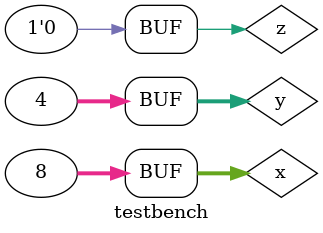
<source format=v>
module decoder(d0,d1,d2,d3,d4,d5,d6,d7,x,y,z);
input x,y,z; 
output d0,d1,d2,d3,d4,d5,d6,d7; 
wire x0,y0,z0; 
not n1(x0,x); 
not n2(y0,y); 
not n3(z0,z); 
and a0(d0,x0,y0,z0); 
and a1(d1,x0,y0,z); 
and a2(d2,x0,y,z0); 
and a3(d3,x0,y,z); 
and a4(d4,x,y0,z0); 
and a5(d5,x,y0,z); 
and a6(d6,x,y,z0); 
and a7(d7,x,y,z); 
endmodule

module fadder(s,c,x,y,z);
input x,y,z;
output s,c;
wire d0,d1,d2,d3,d4,d5,d6,d7; 

decoder ded(d0,d1,d2,d3,d4,d5,d6,d7,x,y,z);

assign s = d1|d2|d4|d7;
assign c = d3|d5|d6|d7;

endmodule

module adder(s,cx,x,y,z); 
input [7:0] x,y;
input z;
output [7:0] s;
output cx;
//wire cout;
fadder df(s[0],c, x[0],y[0],z);
fadder df1(s[1],c1, x[1],y[1],c);
fadder df2(s[2],c2, x[2],y[2],c1);
fadder df3(s[3],c3, x[3],y[3],c2);
fadder df4(s[4],c4, x[4],y[4],c3);
fadder df5(s[5],c5, x[5],y[5],c4);
fadder df6(s[6],c6, x[6],y[6],c5);
fadder df7(s[7],cx, x[7],y[7],c6);
   
endmodule

module adderL(s,cx,x,y,z); 
input [31:0] x,y;
input z;
output [31:0] s;
output cx;
//wire cout;
adder df(s[7:0],c, x[7:0],y[7:0],z);
adder df1(s[15:8],c1, x[15:8],y[15:8],c);
adder df2(s[23:16],c2, x[23:16],y[23:16],c1);
adder df3(s[31:24],cx, x[31:24],y[31:24],c2);

//assign cx = s[32];
   
endmodule

module testbench;     
reg [31:0] x,y;
reg z;     
wire [31:0]s;
wire c;     
adderL ad(s,c,x,y,z);  
initial
begin
$dumpfile("32bit.vcd");
$dumpvars();
end   
initial        
$monitor(,$time,"x=%8b,y=%8b,z=%b,s=%8b,c=%b",x,y,z,s,c);     
initial        
begin        
    #0 x =  32'b00000000000000000000000000000000;
	#0 y =  32'b00000000000000000000000000000001;
	#0 z =  1'b0;
	repeat(8)/*repeat the loop 8 times*/
	#8 x = x + 32'b00000000000000000000000000000001;
	#8 y = y + 32'b00000000000000000000000000000011;
end 
endmodule 
</source>
